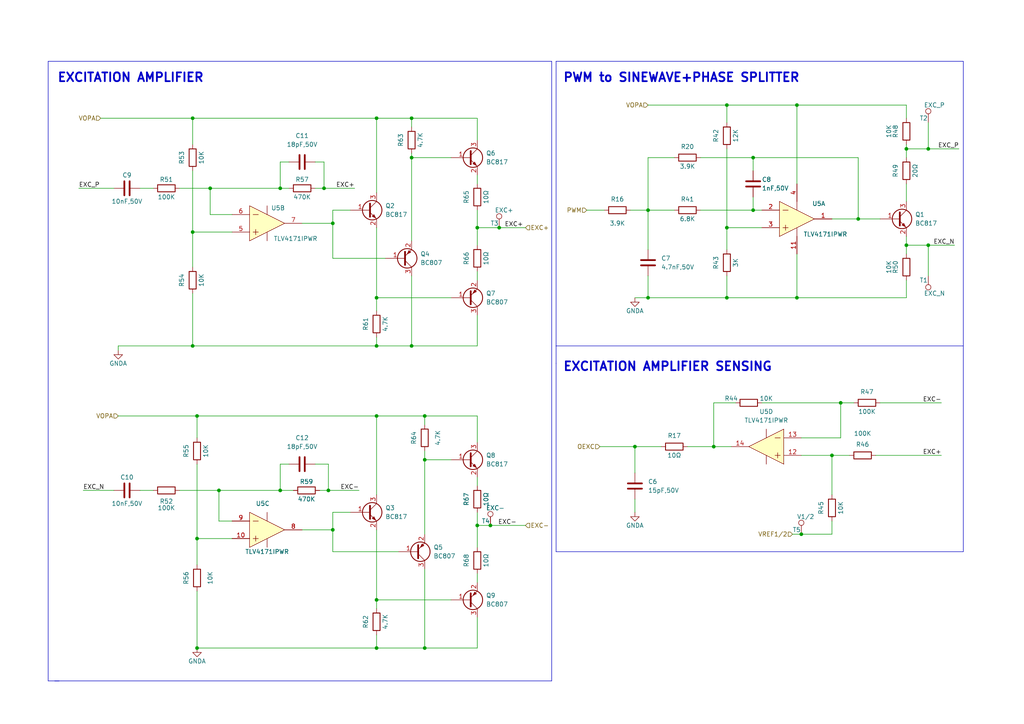
<source format=kicad_sch>
(kicad_sch (version 20230121) (generator eeschema)
  (paper "A4")
  (title_block (title "HPM5300RDCRevB") (date "2025-02-17") (rev "B") (comment 1 "RDC_EXC"))
  (lib_symbols
    (symbol "02_HPM_Resistor:100K_0603" (pin_numbers hide) (pin_names (offset 0))
      (property "Reference" "R" (at 0 3.81 0))
      (property "Value" "100K" (at 0 6.35 0))
      (symbol "100K_0603_1_1"
        (pin passive line (at -3.81 0 0) (length 1.27) (name "~") (number "1"))
        (pin passive line (at 3.81 0 180) (length 1.27) (name "~") (number "2"))
      )
    )
    (symbol "02_HPM_Resistor:10K_0603" (pin_numbers hide) (pin_names (offset 0))
      (property "Reference" "R" (at 0 5.08 0))
      (property "Value" "10K" (at 0 7.62 0))
      (symbol "10K_0603_1_1"
        (pin passive line (at -3.81 0 0) (length 1.27) (name "~") (number "1"))
        (pin passive line (at 3.81 0 180) (length 1.27) (name "~") (number "2"))
      )
    )
    (symbol "02_HPM_Resistor:10Ω_0603" (pin_numbers hide)
      (property "Reference" "R" (at 0 3.81 0))
      (property "Value" "10Ω" (at -0.1778 7.5946 0))
      (symbol "10Ω_0603_1_1"
        (pin passive line (at -3.81 0 0) (length 1.27) (name "~") (number "1"))
        (pin passive line (at 3.81 0 180) (length 1.27) (name "~") (number "2"))
      )
    )
    (symbol "02_HPM_Resistor:12K_0603" (pin_numbers hide)
      (property "Reference" "R" (at 0 3.81 0))
      (property "Value" "12K" (at -0.1778 7.5946 0))
      (symbol "12K_0603_1_1"
        (pin passive line (at -3.81 0 0) (length 1.27) (name "~") (number "1"))
        (pin passive line (at 3.81 0 180) (length 1.27) (name "~") (number "2"))
      )
    )
    (symbol "02_HPM_Resistor:20Ω_0603" (pin_numbers hide) (pin_names (offset 1.016) hide)
      (property "Reference" "R" (at 0 3.556 0))
      (property "Value" "20Ω" (at 0 8.636 0))
      (symbol "20Ω_0603_1_1"
        (pin passive line (at -3.81 0 0) (length 1.27) (name "~") (number "1"))
        (pin passive line (at 3.81 0 180) (length 1.27) (name "~") (number "2"))
      )
    )
    (symbol "02_HPM_Resistor:3.9K_0603" (pin_numbers hide) (pin_names (offset 1.016) hide)
      (property "Reference" "R" (at 0 3.556 0))
      (property "Value" "3.9K" (at 0 8.636 0))
      (symbol "3.9K_0603_1_1"
        (pin passive line (at -3.81 0 0) (length 1.27) (name "~") (number "1"))
        (pin passive line (at 3.81 0 180) (length 1.27) (name "~") (number "2"))
      )
    )
    (symbol "02_HPM_Resistor:3K_0603" (pin_numbers hide) (pin_names (offset 1.016) hide)
      (property "Reference" "R" (at 0 3.556 0))
      (property "Value" "3K" (at 0 8.636 0))
      (symbol "3K_0603_1_1"
        (pin passive line (at -3.81 0 0) (length 1.27) (name "~") (number "1"))
        (pin passive line (at 3.81 0 180) (length 1.27) (name "~") (number "2"))
      )
    )
    (symbol "02_HPM_Resistor:4.7K_0603" (pin_numbers hide) (pin_names (offset 0))
      (property "Reference" "R" (at 0 3.81 0))
      (property "Value" "4.7K" (at 0 6.35 0))
      (symbol "4.7K_0603_1_1"
        (pin passive line (at -3.81 0 0) (length 1.27) (name "~") (number "1"))
        (pin passive line (at 3.81 0 180) (length 1.27) (name "~") (number "2"))
      )
    )
    (symbol "02_HPM_Resistor:470K_0603" (pin_numbers hide) (pin_names (offset 0))
      (property "Reference" "R" (at 0 6.35 0))
      (property "Value" "470K" (at 0 3.81 0))
      (symbol "470K_0603_1_1"
        (pin passive line (at -3.81 0 0) (length 1.27) (name "~") (number "1"))
        (pin passive line (at 3.81 0 180) (length 1.27) (name "~") (number "2"))
      )
    )
    (symbol "02_HPM_Resistor:6.8K_0603" (pin_numbers hide) (pin_names (offset 0))
      (property "Reference" "R" (at 0 3.81 0))
      (property "Value" "6.8K" (at 0 6.35 0))
      (symbol "6.8K_0603_1_1"
        (pin passive line (at -3.81 0 0) (length 1.27) (name "~") (number "1"))
        (pin passive line (at 3.81 0 180) (length 1.27) (name "~") (number "2"))
      )
    )
    (symbol "03_HPM_Capacitance:10nF,50V_0603" (pin_numbers hide) (pin_names (offset 0.254))
      (property "Reference" "C" (at 0 11.43 0))
      (property "Value" "10nF,50V" (at -6.35 15.24 0))
      (symbol "10nF,50V_0603_1_1"
        (pin passive line (at 0 3.81 270) (length 2.794) (name "~") (number "1"))
        (pin passive line (at 0 -3.81 90) (length 2.794) (name "~") (number "2"))
      )
    )
    (symbol "03_HPM_Capacitance:15pF,50V,0603" (pin_numbers hide) (pin_names (offset 0.254))
      (property "Reference" "C" (at 0.635 2.54 0))
      (property "Value" "15pF,50V" (at 0.635 -2.54 0))
      (symbol "15pF,50V,0603_1_1"
        (pin passive line (at 0 3.81 270) (length 2.794) (name "~") (number "1"))
        (pin passive line (at 0 -3.81 90) (length 2.794) (name "~") (number "2"))
      )
    )
    (symbol "03_HPM_Capacitance:18pF,50V,0603" (pin_numbers hide) (pin_names (offset 0.254))
      (property "Reference" "C" (at 0.635 2.54 0))
      (property "Value" "18pF,50V" (at 0.635 -2.54 0))
      (symbol "18pF,50V,0603_1_1"
        (pin passive line (at 0 3.81 270) (length 2.794) (name "~") (number "1"))
        (pin passive line (at 0 -3.81 90) (length 2.794) (name "~") (number "2"))
      )
    )
    (symbol "03_HPM_Capacitance:1nF,50V,0603" (pin_numbers hide) (pin_names (offset 0.254))
      (property "Reference" "C" (at 0.635 2.54 0))
      (property "Value" "1nF,50V" (at 0.635 -2.54 0))
      (symbol "1nF,50V,0603_1_1"
        (pin passive line (at 0 3.81 270) (length 2.794) (name "~") (number "1"))
        (pin passive line (at 0 -3.81 90) (length 2.794) (name "~") (number "2"))
      )
    )
    (symbol "03_HPM_Capacitance:4.7nF,50V_0603" (pin_numbers hide) (pin_names (offset 0.254))
      (property "Reference" "C" (at 0.635 2.54 0))
      (property "Value" "4.7nF,50V" (at 0.635 -2.54 0))
      (symbol "4.7nF,50V_0603_1_1"
        (pin passive line (at 0 3.81 270) (length 2.794) (name "~") (number "1"))
        (pin passive line (at 0 -3.81 90) (length 2.794) (name "~") (number "2"))
      )
    )
    (symbol "06_HPM_Function_IC:TLV4171IPWR" (pin_names (offset 1.016) hide)
      (property "Reference" "U" (at 6.35 4.445 0))
      (property "Value" "TLV4171IPWR" (at 8.255 -4.445 0))
      (symbol "TLV4171IPWR_1_1"
        (pin output line (at 10.16 0 180) (length 5.08) (name "OUTA") (number "1"))
        (pin input line (at 0 -10.16 90) (length 5.08) (name "V-") (number "11"))
        (pin input line (at -10.16 2.54 0) (length 5.08) (name "INA-") (number "2"))
        (pin input line (at -10.16 -2.54 0) (length 5.08) (name "INA+") (number "3"))
        (pin input line (at 0 10.16 270) (length 5.08) (name "V+") (number "4"))
      )
      (symbol "TLV4171IPWR_2_1"
        (pin input line (at -10.16 -2.54 0) (length 5.08) (name "INB+") (number "5"))
        (pin input line (at -10.16 2.54 0) (length 5.08) (name "INB-") (number "6"))
        (pin output line (at 10.16 0 180) (length 5.08) (name "OUTB") (number "7"))
      )
      (symbol "TLV4171IPWR_3_1"
        (pin input line (at -10.16 -2.54 0) (length 5.08) (name "INC+") (number "10"))
        (pin output line (at 10.16 0 180) (length 5.08) (name "OUTC") (number "8"))
        (pin input line (at -10.16 2.54 0) (length 5.08) (name "INC-") (number "9"))
      )
      (symbol "TLV4171IPWR_4_1"
        (pin input line (at -10.16 -2.54 0) (length 5.08) (name "IND+") (number "12"))
        (pin input line (at -10.16 2.54 0) (length 5.08) (name "IND-") (number "13"))
        (pin output line (at 10.16 0 180) (length 5.08) (name "OUTD") (number "14"))
      )
    )
    (symbol "12_HPM_ Triode:BC807" (pin_names (offset 0) hide)
      (property "Reference" "Q" (at 5.08 -1.2701 0))
      (property "Value" "BC807" (at 5.08 1.2699 0))
      (symbol "BC807_1_1"
        (pin input line (at -5.08 0 0) (length 5.715) (name "B") (number "1"))
        (pin passive line (at 2.54 -5.08 90) (length 2.54) (name "E") (number "2"))
        (pin passive line (at 2.54 5.08 270) (length 2.54) (name "C") (number "3"))
      )
    )
    (symbol "12_HPM_ Triode:BC817" (pin_names (offset 0) hide)
      (property "Reference" "Q" (at 5.08 1.2701 0))
      (property "Value" "BC817" (at 5.08 -1.2699 0))
      (symbol "BC817_1_1"
        (pin input line (at -5.08 0 0) (length 5.715) (name "B") (number "1"))
        (pin passive line (at 2.54 -5.08 90) (length 2.54) (name "E") (number "2"))
        (pin passive line (at 2.54 5.08 270) (length 2.54) (name "C") (number "3"))
      )
    )
    (symbol "Connector:TestPoint" (pin_numbers hide) (pin_names (offset 0.762) hide)
      (property "Reference" "TP" (at 0 6.858 0))
      (property "Value" "TestPoint" (at 0 5.08 0))
      (symbol "TestPoint_1_1"
        (pin passive line (at 0 0 90) (length 2.54) (name "1") (number "1"))
      )
    )
    (symbol "TLV4171IPWR_1" (pin_names (offset 1.016) hide)
      (property "Reference" "U" (at 6.35 4.445 0))
      (property "Value" "TLV4171IPWR" (at 8.255 -4.445 0))
      (symbol "TLV4171IPWR_1_1_1"
        (pin output line (at 10.16 0 180) (length 5.08) (name "OUTA") (number "1"))
        (pin input line (at 0 -10.16 90) (length 5.08) (name "V-") (number "11"))
        (pin input line (at -10.16 2.54 0) (length 5.08) (name "INA-") (number "2"))
        (pin input line (at -10.16 -2.54 0) (length 5.08) (name "INA+") (number "3"))
        (pin input line (at 0 10.16 270) (length 5.08) (name "V+") (number "4"))
      )
      (symbol "TLV4171IPWR_1_2_1"
        (pin input line (at -10.16 -2.54 0) (length 5.08) (name "INB+") (number "5"))
        (pin input line (at -10.16 2.54 0) (length 5.08) (name "INB-") (number "6"))
        (pin output line (at 10.16 0 180) (length 5.08) (name "OUTB") (number "7"))
      )
      (symbol "TLV4171IPWR_1_3_1"
        (pin input line (at -10.16 -2.54 0) (length 5.08) (name "INC+") (number "10"))
        (pin output line (at 10.16 0 180) (length 5.08) (name "OUTC") (number "8"))
        (pin input line (at -10.16 2.54 0) (length 5.08) (name "INC-") (number "9"))
      )
      (symbol "TLV4171IPWR_1_4_1"
        (pin input line (at -10.16 -2.54 0) (length 5.08) (name "IND+") (number "12"))
        (pin input line (at -10.16 2.54 0) (length 5.08) (name "IND-") (number "13"))
        (pin output line (at 10.16 0 180) (length 5.08) (name "OUTD") (number "14"))
      )
    )
    (symbol "TLV4171IPWR_2" (pin_names (offset 1.016) hide)
      (property "Reference" "U" (at 6.35 4.445 0))
      (property "Value" "TLV4171IPWR" (at 8.255 -4.445 0))
      (symbol "TLV4171IPWR_2_1_1"
        (pin output line (at 10.16 0 180) (length 5.08) (name "OUTA") (number "1"))
        (pin input line (at 0 -10.16 90) (length 5.08) (name "V-") (number "11"))
        (pin input line (at -10.16 2.54 0) (length 5.08) (name "INA-") (number "2"))
        (pin input line (at -10.16 -2.54 0) (length 5.08) (name "INA+") (number "3"))
        (pin input line (at 0 10.16 270) (length 5.08) (name "V+") (number "4"))
      )
      (symbol "TLV4171IPWR_2_2_1"
        (pin input line (at -10.16 -2.54 0) (length 5.08) (name "INB+") (number "5"))
        (pin input line (at -10.16 2.54 0) (length 5.08) (name "INB-") (number "6"))
        (pin output line (at 10.16 0 180) (length 5.08) (name "OUTB") (number "7"))
      )
      (symbol "TLV4171IPWR_2_3_1"
        (pin input line (at -10.16 -2.54 0) (length 5.08) (name "INC+") (number "10"))
        (pin output line (at 10.16 0 180) (length 5.08) (name "OUTC") (number "8"))
        (pin input line (at -10.16 2.54 0) (length 5.08) (name "INC-") (number "9"))
      )
      (symbol "TLV4171IPWR_2_4_1"
        (pin input line (at -10.16 -2.54 0) (length 5.08) (name "IND+") (number "12"))
        (pin input line (at -10.16 2.54 0) (length 5.08) (name "IND-") (number "13"))
        (pin output line (at 10.16 0 180) (length 5.08) (name "OUTD") (number "14"))
      )
    )
    (symbol "TLV4171IPWR_3" (pin_names (offset 1.016) hide)
      (property "Reference" "U" (at 6.35 4.445 0))
      (property "Value" "TLV4171IPWR" (at 8.255 -4.445 0))
      (symbol "TLV4171IPWR_3_1_1"
        (pin output line (at 10.16 0 180) (length 5.08) (name "OUTA") (number "1"))
        (pin input line (at 0 -10.16 90) (length 5.08) (name "V-") (number "11"))
        (pin input line (at -10.16 2.54 0) (length 5.08) (name "INA-") (number "2"))
        (pin input line (at -10.16 -2.54 0) (length 5.08) (name "INA+") (number "3"))
        (pin input line (at 0 10.16 270) (length 5.08) (name "V+") (number "4"))
      )
      (symbol "TLV4171IPWR_3_2_1"
        (pin input line (at -10.16 -2.54 0) (length 5.08) (name "INB+") (number "5"))
        (pin input line (at -10.16 2.54 0) (length 5.08) (name "INB-") (number "6"))
        (pin output line (at 10.16 0 180) (length 5.08) (name "OUTB") (number "7"))
      )
      (symbol "TLV4171IPWR_3_3_1"
        (pin input line (at -10.16 -2.54 0) (length 5.08) (name "INC+") (number "10"))
        (pin output line (at 10.16 0 180) (length 5.08) (name "OUTC") (number "8"))
        (pin input line (at -10.16 2.54 0) (length 5.08) (name "INC-") (number "9"))
      )
      (symbol "TLV4171IPWR_3_4_1"
        (pin input line (at -10.16 -2.54 0) (length 5.08) (name "IND+") (number "12"))
        (pin input line (at -10.16 2.54 0) (length 5.08) (name "IND-") (number "13"))
        (pin output line (at 10.16 0 180) (length 5.08) (name "OUTD") (number "14"))
      )
    )
    (symbol "power:GNDA" (power) (pin_names (offset 0))
      (property "Value" "GNDA" (at 0 -3.81 0))
      (symbol "GNDA_1_1"
        (pin power_in line (at 0 0 270) (length 0) hide (name "GNDA") (number "1"))
      )
    )
  )
  (junction (at 57.15 156.21))
  (junction (at 218.44 45.72))
  (junction (at 119.38 100.33))
  (junction (at 218.44 60.96))
  (junction (at 119.38 45.72))
  (junction (at 269.24 43.18))
  (junction (at 210.82 30.48))
  (junction (at 187.96 60.96))
  (junction (at 123.19 133.35))
  (junction (at 55.88 100.33))
  (junction (at 241.3 132.08))
  (junction (at 269.24 71.12))
  (junction (at 63.5 142.24))
  (junction (at 123.19 120.65))
  (junction (at 210.82 86.36))
  (junction (at 262.89 43.18))
  (junction (at 109.22 120.65))
  (junction (at 119.38 34.29))
  (junction (at 109.22 34.29))
  (junction (at 138.43 66.04))
  (junction (at 248.92 63.5))
  (junction (at 81.28 142.24))
  (junction (at 55.88 34.29))
  (junction (at 81.28 54.61))
  (junction (at 96.52 153.67))
  (junction (at 142.24 152.4))
  (junction (at 123.19 187.96))
  (junction (at 93.98 54.61))
  (junction (at 96.52 64.77))
  (junction (at 231.14 86.36))
  (junction (at 55.88 67.31))
  (junction (at 207.01 129.54))
  (junction (at 138.43 152.4))
  (junction (at 57.15 187.96))
  (junction (at 187.96 86.36))
  (junction (at 95.25 142.24))
  (junction (at 109.22 86.36))
  (junction (at 262.89 71.12))
  (junction (at 109.22 100.33))
  (junction (at 231.14 30.48))
  (junction (at 144.78 66.04))
  (junction (at 184.15 129.54))
  (junction (at 210.82 66.04))
  (junction (at 232.41 154.94))
  (junction (at 57.15 120.65))
  (junction (at 60.96 54.61))
  (junction (at 243.84 116.84))
  (junction (at 109.22 173.99))
  (junction (at 109.22 187.96))
  (polyline (pts (xy 13.97 17.78) (xy 13.97 197.485)))
  (wire (pts (xy 231.14 86.36) (xy 262.89 86.36)))
  (polyline (pts (xy 279.4 100.33) (xy 279.4 17.78)))
  (wire (pts (xy 40.64 54.61) (xy 44.45 54.61)))
  (wire (pts (xy 57.15 156.21) (xy 57.15 163.83)))
  (wire (pts (xy 207.01 116.84) (xy 207.01 129.54)))
  (wire (pts (xy 210.82 66.04) (xy 220.98 66.04)))
  (wire (pts (xy 33.02 54.61) (xy 22.86 54.61)))
  (wire (pts (xy 213.36 116.84) (xy 207.01 116.84)))
  (wire (pts (xy 187.96 80.01) (xy 187.96 86.36)))
  (wire (pts (xy 207.01 129.54) (xy 212.09 129.54)))
  (wire (pts (xy 170.18 60.96) (xy 175.26 60.96)))
  (wire (pts (xy 55.88 34.29) (xy 109.22 34.29)))
  (wire (pts (xy 83.82 54.61) (xy 81.28 54.61)))
  (wire (pts (xy 96.52 64.77) (xy 96.52 74.93)))
  (wire (pts (xy 199.39 129.54) (xy 207.01 129.54)))
  (wire (pts (xy 123.19 133.35) (xy 123.19 154.94)))
  (wire (pts (xy 232.41 132.08) (xy 241.3 132.08)))
  (wire (pts (xy 55.88 100.33) (xy 34.29 100.33)))
  (wire (pts (xy 81.28 142.24) (xy 63.5 142.24)))
  (wire (pts (xy 241.3 132.08) (xy 246.38 132.08)))
  (wire (pts (xy 138.43 50.8) (xy 138.43 53.34)))
  (wire (pts (xy 262.89 34.29) (xy 262.89 30.48)))
  (wire (pts (xy 262.89 43.18) (xy 269.24 43.18)))
  (wire (pts (xy 119.38 80.01) (xy 119.38 100.33)))
  (wire (pts (xy 187.96 72.39) (xy 187.96 60.96)))
  (wire (pts (xy 138.43 166.37) (xy 138.43 168.91)))
  (wire (pts (xy 29.21 34.29) (xy 55.88 34.29)))
  (wire (pts (xy 173.99 129.54) (xy 184.15 129.54)))
  (wire (pts (xy 57.15 187.96) (xy 57.15 171.45)))
  (wire (pts (xy 123.19 123.19) (xy 123.19 120.65)))
  (wire (pts (xy 119.38 45.72) (xy 119.38 69.85)))
  (wire (pts (xy 184.15 129.54) (xy 191.77 129.54)))
  (wire (pts (xy 119.38 44.45) (xy 119.38 45.72)))
  (wire (pts (xy 195.58 60.96) (xy 187.96 60.96)))
  (wire (pts (xy 187.96 60.96) (xy 187.96 45.72)))
  (wire (pts (xy 203.2 60.96) (xy 218.44 60.96)))
  (wire (pts (xy 123.19 187.96) (xy 109.22 187.96)))
  (wire (pts (xy 87.63 64.77) (xy 96.52 64.77)))
  (wire (pts (xy 96.52 160.02) (xy 96.52 153.67)))
  (wire (pts (xy 63.5 142.24) (xy 52.07 142.24)))
  (polyline (pts (xy 161.29 17.78) (xy 279.4 17.78)))
  (wire (pts (xy 101.6 148.59) (xy 96.52 148.59)))
  (wire (pts (xy 83.82 46.99) (xy 81.28 46.99)))
  (wire (pts (xy 63.5 142.24) (xy 63.5 151.13)))
  (wire (pts (xy 248.92 45.72) (xy 248.92 63.5)))
  (polyline (pts (xy 160.02 197.485) (xy 160.02 17.78)))
  (wire (pts (xy 57.15 120.65) (xy 109.22 120.65)))
  (wire (pts (xy 87.63 153.67) (xy 96.52 153.67)))
  (wire (pts (xy 241.3 143.51) (xy 241.3 132.08)))
  (wire (pts (xy 57.15 127) (xy 57.15 120.65)))
  (wire (pts (xy 91.44 46.99) (xy 93.98 46.99)))
  (wire (pts (xy 109.22 143.51) (xy 109.22 120.65)))
  (wire (pts (xy 262.89 71.12) (xy 262.89 68.58)))
  (wire (pts (xy 262.89 71.12) (xy 269.24 71.12)))
  (wire (pts (xy 85.09 142.24) (xy 81.28 142.24)))
  (wire (pts (xy 119.38 100.33) (xy 138.43 100.33)))
  (wire (pts (xy 95.25 142.24) (xy 104.14 142.24)))
  (wire (pts (xy 130.81 173.99) (xy 109.22 173.99)))
  (wire (pts (xy 210.82 35.56) (xy 210.82 30.48)))
  (wire (pts (xy 269.24 43.18) (xy 278.13 43.18)))
  (wire (pts (xy 218.44 60.96) (xy 220.98 60.96)))
  (wire (pts (xy 269.24 71.12) (xy 276.86 71.12)))
  (wire (pts (xy 24.13 142.24) (xy 33.02 142.24)))
  (wire (pts (xy 262.89 43.18) (xy 262.89 41.91)))
  (wire (pts (xy 218.44 45.72) (xy 248.92 45.72)))
  (wire (pts (xy 109.22 173.99) (xy 109.22 176.53)))
  (wire (pts (xy 40.64 142.24) (xy 44.45 142.24)))
  (wire (pts (xy 67.31 62.23) (xy 60.96 62.23)))
  (wire (pts (xy 232.41 154.94) (xy 229.87 154.94)))
  (polyline (pts (xy 161.29 17.78) (xy 161.29 100.33)))
  (wire (pts (xy 138.43 66.04) (xy 138.43 71.12)))
  (wire (pts (xy 218.44 57.15) (xy 218.44 60.96)))
  (wire (pts (xy 262.89 45.72) (xy 262.89 43.18)))
  (wire (pts (xy 269.24 80.01) (xy 269.24 71.12)))
  (wire (pts (xy 254 132.08) (xy 273.05 132.08)))
  (wire (pts (xy 262.89 53.34) (xy 262.89 58.42)))
  (wire (pts (xy 109.22 55.88) (xy 109.22 34.29)))
  (wire (pts (xy 152.4 152.4) (xy 142.24 152.4)))
  (wire (pts (xy 55.88 41.91) (xy 55.88 34.29)))
  (wire (pts (xy 138.43 78.74) (xy 138.43 81.28)))
  (wire (pts (xy 109.22 86.36) (xy 109.22 66.04)))
  (wire (pts (xy 93.98 54.61) (xy 102.87 54.61)))
  (wire (pts (xy 96.52 148.59) (xy 96.52 153.67)))
  (wire (pts (xy 55.88 49.53) (xy 55.88 67.31)))
  (wire (pts (xy 184.15 148.59) (xy 184.15 144.78)))
  (wire (pts (xy 184.15 137.16) (xy 184.15 129.54)))
  (wire (pts (xy 231.14 73.66) (xy 231.14 86.36)))
  (wire (pts (xy 92.71 142.24) (xy 95.25 142.24)))
  (wire (pts (xy 241.3 154.94) (xy 232.41 154.94)))
  (polyline (pts (xy 161.29 160.02) (xy 279.4 160.02)))
  (wire (pts (xy 96.52 60.96) (xy 96.52 64.77)))
  (wire (pts (xy 52.07 54.61) (xy 60.96 54.61)))
  (wire (pts (xy 67.31 156.21) (xy 57.15 156.21)))
  (wire (pts (xy 138.43 60.96) (xy 138.43 66.04)))
  (wire (pts (xy 81.28 134.62) (xy 81.28 142.24)))
  (wire (pts (xy 248.92 63.5) (xy 241.3 63.5)))
  (wire (pts (xy 55.88 67.31) (xy 67.31 67.31)))
  (wire (pts (xy 231.14 30.48) (xy 231.14 53.34)))
  (wire (pts (xy 91.44 134.62) (xy 95.25 134.62)))
  (wire (pts (xy 60.96 54.61) (xy 60.96 62.23)))
  (wire (pts (xy 269.24 35.56) (xy 269.24 43.18)))
  (wire (pts (xy 34.29 120.65) (xy 57.15 120.65)))
  (wire (pts (xy 123.19 165.1) (xy 123.19 187.96)))
  (wire (pts (xy 91.44 54.61) (xy 93.98 54.61)))
  (wire (pts (xy 210.82 80.01) (xy 210.82 86.36)))
  (wire (pts (xy 241.3 151.13) (xy 241.3 154.94)))
  (wire (pts (xy 232.41 127) (xy 243.84 127)))
  (polyline (pts (xy 15.875 197.485) (xy 160.02 197.485)))
  (wire (pts (xy 247.65 116.84) (xy 243.84 116.84)))
  (wire (pts (xy 138.43 100.33) (xy 138.43 91.44)))
  (wire (pts (xy 130.81 133.35) (xy 123.19 133.35)))
  (polyline (pts (xy 279.4 160.02) (xy 279.4 100.33)))
  (wire (pts (xy 109.22 97.79) (xy 109.22 100.33)))
  (wire (pts (xy 142.24 152.4) (xy 138.43 152.4)))
  (wire (pts (xy 144.78 66.04) (xy 152.4 66.04)))
  (wire (pts (xy 138.43 128.27) (xy 138.43 120.65)))
  (wire (pts (xy 109.22 34.29) (xy 119.38 34.29)))
  (polyline (pts (xy 160.02 17.78) (xy 13.97 17.78)))
  (wire (pts (xy 130.81 86.36) (xy 109.22 86.36)))
  (wire (pts (xy 63.5 151.13) (xy 67.31 151.13)))
  (wire (pts (xy 93.98 46.99) (xy 93.98 54.61)))
  (wire (pts (xy 119.38 36.83) (xy 119.38 34.29)))
  (wire (pts (xy 203.2 45.72) (xy 218.44 45.72)))
  (wire (pts (xy 81.28 54.61) (xy 60.96 54.61)))
  (wire (pts (xy 115.57 160.02) (xy 96.52 160.02)))
  (wire (pts (xy 119.38 100.33) (xy 109.22 100.33)))
  (wire (pts (xy 138.43 148.59) (xy 138.43 152.4)))
  (wire (pts (xy 138.43 66.04) (xy 144.78 66.04)))
  (wire (pts (xy 119.38 34.29) (xy 138.43 34.29)))
  (wire (pts (xy 184.15 86.36) (xy 187.96 86.36)))
  (polyline (pts (xy 161.29 100.33) (xy 161.29 105.41)))
  (wire (pts (xy 109.22 100.33) (xy 55.88 100.33)))
  (wire (pts (xy 123.19 130.81) (xy 123.19 133.35)))
  (wire (pts (xy 123.19 120.65) (xy 138.43 120.65)))
  (wire (pts (xy 187.96 45.72) (xy 195.58 45.72)))
  (wire (pts (xy 57.15 134.62) (xy 57.15 156.21)))
  (wire (pts (xy 130.81 45.72) (xy 119.38 45.72)))
  (wire (pts (xy 187.96 30.48) (xy 210.82 30.48)))
  (wire (pts (xy 109.22 184.15) (xy 109.22 187.96)))
  (wire (pts (xy 55.88 85.09) (xy 55.88 100.33)))
  (wire (pts (xy 109.22 187.96) (xy 57.15 187.96)))
  (wire (pts (xy 218.44 49.53) (xy 218.44 45.72)))
  (wire (pts (xy 95.25 134.62) (xy 95.25 142.24)))
  (wire (pts (xy 187.96 86.36) (xy 210.82 86.36)))
  (wire (pts (xy 138.43 34.29) (xy 138.43 40.64)))
  (wire (pts (xy 243.84 127) (xy 243.84 116.84)))
  (wire (pts (xy 138.43 152.4) (xy 138.43 158.75)))
  (wire (pts (xy 81.28 46.99) (xy 81.28 54.61)))
  (wire (pts (xy 210.82 43.18) (xy 210.82 66.04)))
  (wire (pts (xy 231.14 30.48) (xy 262.89 30.48)))
  (wire (pts (xy 111.76 74.93) (xy 96.52 74.93)))
  (wire (pts (xy 255.27 116.84) (xy 273.05 116.84)))
  (wire (pts (xy 210.82 86.36) (xy 231.14 86.36)))
  (wire (pts (xy 55.88 67.31) (xy 55.88 77.47)))
  (wire (pts (xy 34.29 100.33) (xy 34.29 101.6)))
  (wire (pts (xy 83.82 134.62) (xy 81.28 134.62)))
  (wire (pts (xy 109.22 153.67) (xy 109.22 173.99)))
  (wire (pts (xy 210.82 30.48) (xy 231.14 30.48)))
  (wire (pts (xy 138.43 138.43) (xy 138.43 140.97)))
  (wire (pts (xy 109.22 90.17) (xy 109.22 86.36)))
  (wire (pts (xy 138.43 187.96) (xy 123.19 187.96)))
  (wire (pts (xy 187.96 60.96) (xy 182.88 60.96)))
  (polyline (pts (xy 13.97 197.485) (xy 17.145 197.485)))
  (polyline (pts (xy 161.29 105.41) (xy 161.29 160.02)))
  (polyline (pts (xy 279.4 100.33) (xy 161.29 100.33)))
  (wire (pts (xy 210.82 66.04) (xy 210.82 72.39)))
  (wire (pts (xy 101.6 60.96) (xy 96.52 60.96)))
  (wire (pts (xy 109.22 120.65) (xy 123.19 120.65)))
  (wire (pts (xy 262.89 86.36) (xy 262.89 81.28)))
  (wire (pts (xy 243.84 116.84) (xy 220.98 116.84)))
  (wire (pts (xy 255.27 63.5) (xy 248.92 63.5)))
  (wire (pts (xy 138.43 179.07) (xy 138.43 187.96)))
  (wire (pts (xy 262.89 73.66) (xy 262.89 71.12)))
  (text "EXCITATION AMPLIFIER" (at 16.51 24.13 0) (effects (font (size 2.54 2.54) (thickness 0.508) bold) (justify left bottom)))
  (text "EXCITATION AMPLIFIER SENSING" (at 163.195 107.95 0) (effects (font (size 2.54 2.54) (thickness 0.508) bold) (justify left bottom)))
  (text "PWM to SINEWAVE+PHASE SPLITTER" (at 163.195 24.13 0) (effects (font (size 2.54 2.54) (thickness 0.508) bold) (justify left bottom)))
  (label "EXC-" (at 104.14 142.24 180))
  (label "EXC_N" (at 24.13 142.24 0))
  (label "EXC+" (at 273.05 132.08 180))
  (label "EXC+" (at 102.87 54.61 180))
  (label "EXC+" (at 151.765 66.04 180))
  (label "EXC_N" (at 276.86 71.12 180))
  (label "EXC_P" (at 278.13 43.18 180))
  (label "EXC_P" (at 22.86 54.61 0))
  (label "EXC-" (at 273.05 116.84 180))
  (label "EXC-" (at 149.86 152.4 180))
  (hierarchical_label "VOPA" (shape input) (at 187.96 30.48 180))
  (hierarchical_label "OEXC" (shape input) (at 173.99 129.54 180))
  (hierarchical_label "PWM" (shape input) (at 170.18 60.96 180))
  (hierarchical_label "EXC-" (shape input) (at 152.4 152.4 0))
  (hierarchical_label "VOPA" (shape input) (at 34.29 120.65 180))
  (hierarchical_label "EXC+" (shape input) (at 152.4 66.04 0))
  (hierarchical_label "VREF1{slash}2" (shape input) (at 229.87 154.94 180))
  (hierarchical_label "VOPA" (shape input) (at 29.21 34.29 180))
  (symbol (lib_id "02_HPM_Resistor:10K_0603") (at 262.89 77.47 90) (unit 1)
    (property "Reference" "R50" (at 259.715 77.47 0))
    (property "Value" "10K" (at 257.81 77.47 0))
    (property "Footprint" "02_HPM_Resistor:R_0603_1608Metric" (effects hide))
    (property "Model" "RC0603FR-0710KL\n" (effects hide))
    (property "Company" "YAGEO\n" (effects hide))
    (instances (project "HPM5300RDCRevB" (path "" (reference "R50") (unit 1))) (project "RS" (path "" (reference "R30") (unit 1))))
  )
  (symbol (lib_id "02_HPM_Resistor:4.7K_0603") (at 109.22 93.98 90) (unit 1)
    (property "Reference" "R61" (at 106.045 93.98 0))
    (property "Value" "4.7K" (at 111.76 93.98 0))
    (property "Footprint" "02_HPM_Resistor:R_0603_1608Metric" (effects hide))
    (property "Model" "0603WAF4701T5E" (effects hide))
    (property "Company" "UNI-ROYAL(厚声)" (effects hide))
    (instances (project "HPM5300RDCRevB" (path "" (reference "R61") (unit 1))) (project "RS" (path "" (reference "R10") (unit 1))))
  )
  (symbol (lib_id "02_HPM_Resistor:10K_0603") (at 241.3 147.32 90) (unit 1)
    (property "Reference" "R45" (at 238.125 147.32 0))
    (property "Value" "10K" (at 243.84 147.32 0))
    (property "Footprint" "02_HPM_Resistor:R_0603_1608Metric" (effects hide))
    (property "Model" "RC0603FR-0710KL\n" (effects hide))
    (property "Company" "YAGEO\n" (effects hide))
    (instances (project "HPM5300RDCRevB" (path "" (reference "R45") (unit 1))) (project "RS" (path "" (reference "R25") (unit 1))))
  )
  (symbol (lib_id "power:GNDA") (at 184.15 148.59 0) (unit 1)
    (property "Reference" "#PWR?" (effects hide))
    (property "Value" "GNDA" (at 184.15 152.4 0))
    (instances (project "HPM5300-POWER" (path "" (reference "#PWR?") (unit 1))) (project "HPM5300RDCRevB" (path "" (reference "#PWR041") (unit 1)) (path "" (reference "#PWR013") (unit 1)) (path "" (reference "#PWR025") (unit 1))))
  )
  (symbol (lib_id "02_HPM_Resistor:100K_0603") (at 48.26 142.24 180) (unit 1)
    (property "Reference" "R52" (at 48.26 145.415 0))
    (property "Value" "100K" (at 48.26 147.32 0))
    (property "Footprint" "02_HPM_Resistor:R_0603_1608Metric" (effects hide))
    (property "Model" "0603WAF1003T5E" (effects hide))
    (property "Company" "UNI-ROYAL(厚声)" (effects hide))
    (instances (project "HPM5300RDCRevB" (path "" (reference "R52") (unit 1))) (project "RS" (path "" (reference "R3") (unit 1))))
  )
  (symbol (lib_id "power:GNDA") (at 57.15 187.96 0) (unit 1)
    (property "Reference" "#PWR?" (effects hide))
    (property "Value" "GNDA" (at 57.15 191.77 0))
    (instances (project "HPM5300-POWER" (path "" (reference "#PWR?") (unit 1))) (project "HPM5300RDCRevB" (path "" (reference "#PWR041") (unit 1)) (path "" (reference "#PWR013") (unit 1)) (path "" (reference "#PWR084") (unit 1))))
  )
  (symbol (lib_id "02_HPM_Resistor:4.7K_0603") (at 123.19 127 90) (unit 1)
    (property "Reference" "R64" (at 120.015 127 0))
    (property "Value" "4.7K" (at 127 127 0))
    (property "Footprint" "02_HPM_Resistor:R_0603_1608Metric" (effects hide))
    (property "Model" "0603WAF4701T5E" (effects hide))
    (property "Company" "UNI-ROYAL(厚声)" (effects hide))
    (instances (project "HPM5300RDCRevB" (path "" (reference "R64") (unit 1))) (project "RS" (path "" (reference "R13") (unit 1))))
  )
  (symbol (lib_id "02_HPM_Resistor:6.8K_0603") (at 199.39 60.96 0) (unit 1)
    (property "Reference" "R41" (at 199.39 57.785 0))
    (property "Value" "6.8K" (at 199.39 63.5 0))
    (property "Footprint" "02_HPM_Resistor:R_0603_1608Metric" (effects hide))
    (property "Model" "0603WAF6801T5E" (effects hide))
    (property "Company" " UNI-ROYAL(厚声) " (effects hide))
    (instances (project "HPM5300RDCRevB" (path "" (reference "R41") (unit 1))) (project "RS" (path "" (reference "R21") (unit 1))))
  )
  (symbol (lib_id "02_HPM_Resistor:4.7K_0603") (at 119.38 40.64 90) (unit 1)
    (property "Reference" "R63" (at 116.205 40.64 0))
    (property "Value" "4.7K" (at 121.92 40.64 0))
    (property "Footprint" "02_HPM_Resistor:R_0603_1608Metric" (effects hide))
    (property "Model" "0603WAF4701T5E" (effects hide))
    (property "Company" "UNI-ROYAL(厚声)" (effects hide))
    (instances (project "HPM5300RDCRevB" (path "" (reference "R63") (unit 1))) (project "RS" (path "" (reference "R12") (unit 1))))
  )
  (symbol (lib_id "12_HPM_ Triode:BC817") (at 260.35 63.5 0) (unit 1)
    (property "Reference" "Q1" (at 265.43 62.23 0) (effects (justify left)))
    (property "Value" "BC817" (at 265.43 64.77 0) (effects (justify left)))
    (property "Footprint" "06_HPM_SOT:SOT-23" (effects hide))
    (property "Datasheet" "https://www.onsemi.com/pub/Collateral/BC818-D.pdf" (effects hide))
    (property "Model" "BC817(RANGE:100-250)" (effects hide))
    (property "Company" " CJ(江苏长电/长晶) " (effects hide))
    (instances (project "HPM5300RDCRevB" (path "" (reference "Q1") (unit 1))) (project "RS" (path "" (reference "Q9") (unit 1))))
  )
  (symbol (lib_id "02_HPM_Resistor:10K_0603") (at 57.15 167.64 90) (unit 1)
    (property "Reference" "R56" (at 53.975 167.64 0))
    (property "Value" "10K" (at 60.96 167.64 0))
    (property "Footprint" "02_HPM_Resistor:R_0603_1608Metric" (effects hide))
    (property "Model" "RC0603FR-0710KL\n" (effects hide))
    (property "Company" "YAGEO\n" (effects hide))
    (instances (project "HPM5300RDCRevB" (path "" (reference "R56") (unit 1))) (project "RS" (path "" (reference "R7") (unit 1))))
  )
  (symbol (lib_id "02_HPM_Resistor:10Ω_0603") (at 195.58 129.54 0) (unit 1)
    (property "Reference" "R17" (at 195.58 126.365 0))
    (property "Value" "10Ω" (at 195.58 132.08 0))
    (property "Footprint" "02_HPM_Resistor:R_0603_1608Metric" (effects hide))
    (property "Model" " 0603WAF100JT5E" (effects hide))
    (property "Company" " UNI-ROYAL(厚声) " (effects hide))
    (instances (project "HPM5300RDCRevB" (path "" (reference "R17") (unit 1))) (project "RS" (path "" (reference "R19") (unit 1))))
  )
  (symbol (lib_id "02_HPM_Resistor:10Ω_0603") (at 138.43 144.78 90) (unit 1)
    (property "Reference" "R67" (at 135.255 144.78 0))
    (property "Value" "10Ω" (at 140.97 144.78 0))
    (property "Footprint" "02_HPM_Resistor:R_0603_1608Metric" (effects hide))
    (property "Model" " 0603WAF100JT5E" (effects hide))
    (property "Company" " UNI-ROYAL(厚声) " (effects hide))
    (instances (project "HPM5300RDCRevB" (path "" (reference "R67") (unit 1))) (project "RS" (path "" (reference "R16") (unit 1))))
  )
  (symbol (lib_id "02_HPM_Resistor:10K_0603") (at 55.88 45.72 90) (unit 1)
    (property "Reference" "R53" (at 52.705 45.72 0))
    (property "Value" "10K" (at 58.42 45.72 0))
    (property "Footprint" "02_HPM_Resistor:R_0603_1608Metric" (effects hide))
    (property "Model" "RC0603FR-0710KL\n" (effects hide))
    (property "Company" "YAGEO\n" (effects hide))
    (instances (project "HPM5300RDCRevB" (path "" (reference "R53") (unit 1))) (project "RS" (path "" (reference "R4") (unit 1))))
  )
  (symbol (lib_id "02_HPM_Resistor:10Ω_0603") (at 138.43 74.93 90) (unit 1)
    (property "Reference" "R66" (at 135.255 74.93 0))
    (property "Value" "10Ω" (at 140.97 74.93 0))
    (property "Footprint" "02_HPM_Resistor:R_0603_1608Metric" (effects hide))
    (property "Model" " 0603WAF100JT5E" (effects hide))
    (property "Company" " UNI-ROYAL(厚声) " (effects hide))
    (instances (project "HPM5300RDCRevB" (path "" (reference "R66") (unit 1))) (project "RS" (path "" (reference "R15") (unit 1))))
  )
  (symbol (lib_id "03_HPM_Capacitance:18pF,50V,0603") (at 87.63 46.99 90) (unit 1)
    (property "Reference" "C11" (at 87.63 39.37 90))
    (property "Value" "18pF,50V" (at 87.63 41.91 90))
    (property "Footprint" "03_HPM_Capacitance:C_0603_1608Metric" (effects hide))
    (property "Model" "CL10C180JB8NNNC" (effects hide))
    (property "Company" " SAMSUNG(三星) " (effects hide))
  )
  (symbol (lib_id "Connector:TestPoint") (at 269.24 80.01 0) (mirror x) (unit 1)
    (property "Reference" "T1" (at 266.7 81.28 0) (effects (justify left)))
    (property "Value" "EXC_N" (at 267.97 85.09 0) (effects (justify left)))
    (property "Footprint" "01_HPM_Peripheral:TestPoint_Pad_D1.0mm" (effects hide))
    (instances (project "HPM5300RDCRevB" (path "" (reference "T1") (unit 1))) (project "RS" (path "" (reference "T16") (unit 1))))
  )
  (symbol (lib_id "02_HPM_Resistor:10K_0603") (at 55.88 81.28 90) (unit 1)
    (property "Reference" "R54" (at 52.705 81.28 0))
    (property "Value" "10K" (at 58.42 81.28 0))
    (property "Footprint" "02_HPM_Resistor:R_0603_1608Metric" (effects hide))
    (property "Model" "RC0603FR-0710KL\n" (effects hide))
    (property "Company" "YAGEO\n" (effects hide))
    (instances (project "HPM5300RDCRevB" (path "" (reference "R54") (unit 1))) (project "RS" (path "" (reference "R5") (unit 1))))
  )
  (symbol (lib_id "power:GNDA") (at 184.15 86.36 0) (unit 1)
    (property "Reference" "#PWR?" (effects hide))
    (property "Value" "GNDA" (at 184.15 90.17 0))
    (instances (project "HPM5300-POWER" (path "" (reference "#PWR?") (unit 1))) (project "HPM5300RDCRevB" (path "" (reference "#PWR041") (unit 1)) (path "" (reference "#PWR013") (unit 1)) (path "" (reference "#PWR024") (unit 1))))
  )
  (symbol (lib_id "02_HPM_Resistor:100K_0603") (at 250.19 132.08 0) (unit 1)
    (property "Reference" "R46" (at 250.19 128.905 0))
    (property "Value" "100K" (at 250.19 125.73 0))
    (property "Footprint" "02_HPM_Resistor:R_0603_1608Metric" (effects hide))
    (property "Model" "0603WAF1003T5E" (effects hide))
    (property "Company" "UNI-ROYAL(厚声)" (effects hide))
    (instances (project "HPM5300RDCRevB" (path "" (reference "R46") (unit 1))) (project "RS" (path "" (reference "R26") (unit 1))))
  )
  (symbol (lib_id "02_HPM_Resistor:470K_0603") (at 88.9 142.24 180) (unit 1)
    (property "Reference" "R59" (at 88.9 139.7 0))
    (property "Value" "470K" (at 88.9 144.78 0))
    (property "Footprint" "02_HPM_Resistor:R_0603_1608Metric" (effects hide))
    (property "Model" "0603WAF4703T5E" (effects hide))
    (property "Company" "UNI-ROYAL(厚声)" (effects hide))
    (instances (project "HPM5300RDCRevB" (path "" (reference "R59") (unit 1))) (project "RS" (path "" (reference "R9") (unit 1))))
  )
  (symbol (lib_name "TLV4171IPWR_2") (lib_id "06_HPM_Function_IC:TLV4171IPWR") (at 77.47 64.77 0) (unit 2)
    (property "Reference" "U5" (at 80.645 60.325 0))
    (property "Value" "TLV4171IPWR" (at 85.725 69.215 0))
    (property "Footprint" "06_HPM_SO:TSSOP-14" (effects hide))
    (property "SuppliersPartNumber" "C2058241" (effects hide))
    (property "Model  " "TLV4171IPWR" (effects hide))
    (property "Company" " TI(德州仪器) " (effects hide))
    (property "Model" "TLV4171IPWR" (effects hide))
    (instances (project "HPM5300RDCRevB" (path "" (reference "U5") (unit 2))) (project "RS" (path "" (reference "U1") (unit 2))))
  )
  (symbol (lib_id "02_HPM_Resistor:470K_0603") (at 87.63 54.61 180) (unit 1)
    (property "Reference" "R57" (at 87.63 52.07 0))
    (property "Value" "470K" (at 87.63 57.15 0))
    (property "Footprint" "02_HPM_Resistor:R_0603_1608Metric" (effects hide))
    (property "Model" "0603WAF4703T5E" (effects hide))
    (property "Company" "UNI-ROYAL(厚声)" (effects hide))
    (instances (project "HPM5300RDCRevB" (path "" (reference "R57") (unit 1))) (project "RS" (path "" (reference "R8") (unit 1))))
  )
  (symbol (lib_id "02_HPM_Resistor:12K_0603") (at 210.82 39.37 90) (unit 1)
    (property "Reference" "R42" (at 207.645 39.37 0))
    (property "Value" "12K" (at 213.36 39.37 0))
    (property "Footprint" "02_HPM_Resistor:R_0603_1608Metric" (effects hide))
    (property "Model" "0603WAF1202T5E" (effects hide))
    (property "Company" " UNI-ROYAL(厚声) " (effects hide))
    (instances (project "HPM5300RDCRevB" (path "" (reference "R42") (unit 1))) (project "RS" (path "" (reference "R22") (unit 1))))
  )
  (symbol (lib_id "02_HPM_Resistor:4.7K_0603") (at 109.22 180.34 90) (unit 1)
    (property "Reference" "R62" (at 106.045 180.34 0))
    (property "Value" "4.7K" (at 111.76 180.34 0))
    (property "Footprint" "02_HPM_Resistor:R_0603_1608Metric" (effects hide))
    (property "Model" "0603WAF4701T5E" (effects hide))
    (property "Company" "UNI-ROYAL(厚声)" (effects hide))
    (instances (project "HPM5300RDCRevB" (path "" (reference "R62") (unit 1))) (project "RS" (path "" (reference "R11") (unit 1))))
  )
  (symbol (lib_id "06_HPM_Function_IC:TLV4171IPWR") (at 231.14 63.5 0) (unit 1)
    (property "Reference" "U5" (at 237.49 59.055 0))
    (property "Value" "TLV4171IPWR" (at 239.395 67.945 0))
    (property "Footprint" "06_HPM_SO:TSSOP-14" (effects hide))
    (property "SuppliersPartNumber" "C2058241" (effects hide))
    (property "Model  " "TLV4171IPWR" (effects hide))
    (property "Company" " TI(德州仪器) " (effects hide))
    (property "Model" "TLV4171IPWR" (effects hide))
    (instances (project "HPM5300RDCRevB" (path "" (reference "U5") (unit 1))) (project "RS" (path "" (reference "U1") (unit 1))))
  )
  (symbol (lib_id "12_HPM_ Triode:BC817") (at 106.68 148.59 0) (unit 1)
    (property "Reference" "Q3" (at 111.76 147.32 0) (effects (justify left)))
    (property "Value" "BC817" (at 111.76 149.86 0) (effects (justify left)))
    (property "Footprint" "06_HPM_SOT:SOT-23" (effects hide))
    (property "Datasheet" "https://www.onsemi.com/pub/Collateral/BC818-D.pdf" (effects hide))
    (property "Model" "BC817(RANGE:100-250)" (effects hide))
    (property "Company" " CJ(江苏长电/长晶) " (effects hide))
    (instances (project "HPM5300RDCRevB" (path "" (reference "Q3") (unit 1))) (project "RS" (path "" (reference "Q2") (unit 1))))
  )
  (symbol (lib_id "02_HPM_Resistor:10Ω_0603") (at 138.43 162.56 90) (unit 1)
    (property "Reference" "R68" (at 135.255 162.56 0))
    (property "Value" "10Ω" (at 140.97 162.56 0))
    (property "Footprint" "02_HPM_Resistor:R_0603_1608Metric" (effects hide))
    (property "Model" " 0603WAF100JT5E" (effects hide))
    (property "Company" " UNI-ROYAL(厚声) " (effects hide))
    (instances (project "HPM5300RDCRevB" (path "" (reference "R68") (unit 1))) (project "RS" (path "" (reference "R17") (unit 1))))
  )
  (symbol (lib_id "02_HPM_Resistor:10K_0603") (at 262.89 38.1 90) (unit 1)
    (property "Reference" "R48" (at 259.715 38.1 0))
    (property "Value" "10K" (at 257.81 38.1 0))
    (property "Footprint" "02_HPM_Resistor:R_0603_1608Metric" (effects hide))
    (property "Model" "RC0603FR-0710KL\n" (effects hide))
    (property "Company" "YAGEO\n" (effects hide))
    (instances (project "HPM5300RDCRevB" (path "" (reference "R48") (unit 1))) (project "RS" (path "" (reference "R28") (unit 1))))
  )
  (symbol (lib_id "12_HPM_ Triode:BC807") (at 120.65 160.02 0) (mirror x) (unit 1)
    (property "Reference" "Q5" (at 125.73 158.7499 0) (effects (justify left)))
    (property "Value" "BC807" (at 125.73 161.2899 0) (effects (justify left)))
    (property "Footprint" "06_HPM_SOT:SOT-23" (effects hide))
    (property "Model  " "BC807(RANGE:100-250)" (effects hide))
    (property "Company" " CJ(江苏长电/长晶) " (effects hide))
    (property "Model" "BC807(RANGE:100-250)" (effects hide))
    (instances (project "HPM5300RDCRevB" (path "" (reference "Q5") (unit 1))) (project "RS" (path "" (reference "Q4") (unit 1))))
  )
  (symbol (lib_id "02_HPM_Resistor:20Ω_0603") (at 262.89 49.53 90) (unit 1)
    (property "Reference" "R49" (at 259.715 49.53 0))
    (property "Value" "20Ω" (at 265.43 49.53 0))
    (property "Footprint" "02_HPM_Resistor:R_0603_1608Metric" (effects hide))
    (property "Model" "RC0603FR-0720RL" (effects hide))
    (property "Company" "YAGEO" (effects hide))
    (instances (project "HPM5300RDCRevB" (path "" (reference "R49") (unit 1))) (project "RS" (path "" (reference "R29") (unit 1))))
  )
  (symbol (lib_id "03_HPM_Capacitance:1nF,50V,0603") (at 218.44 53.34 0) (unit 1)
    (property "Reference" "C8" (at 220.98 52.07 0) (effects (justify left)))
    (property "Value" "1nF,50V" (at 220.98 54.61 0) (effects (justify left)))
    (property "Footprint" "03_HPM_Capacitance:C_0603_1608Metric" (effects hide))
    (property "Model" "CC0603JRX7R9BB102" (effects hide))
    (property "Company" "YAGEO" (effects hide))
  )
  (symbol (lib_id "03_HPM_Capacitance:10nF,50V_0603") (at 36.83 54.61 90) (unit 1)
    (property "Reference" "C9" (at 36.83 50.8 90))
    (property "Value" "10nF,50V" (at 36.83 58.42 90))
    (property "Footprint" "03_HPM_Capacitance:C_0603_1608Metric" (effects hide))
    (property "Model" " CC0603KRX7R9BB103" (effects hide))
    (property "Company" " YAGEO(国巨) " (effects hide))
  )
  (symbol (lib_id "power:GNDA") (at 34.29 101.6 0) (unit 1)
    (property "Reference" "#PWR?" (effects hide))
    (property "Value" "GNDA" (at 34.29 105.41 0))
    (instances (project "HPM5300-POWER" (path "" (reference "#PWR?") (unit 1))) (project "HPM5300RDCRevB" (path "" (reference "#PWR041") (unit 1)) (path "" (reference "#PWR013") (unit 1)) (path "" (reference "#PWR027") (unit 1))))
  )
  (symbol (lib_id "02_HPM_Resistor:100K_0603") (at 48.26 54.61 180) (unit 1)
    (property "Reference" "R51" (at 48.26 52.07 0))
    (property "Value" "100K" (at 48.26 57.15 0))
    (property "Footprint" "02_HPM_Resistor:R_0603_1608Metric" (effects hide))
    (property "Model" "0603WAF1003T5E" (effects hide))
    (property "Company" "UNI-ROYAL(厚声)" (effects hide))
    (instances (project "HPM5300RDCRevB" (path "" (reference "R51") (unit 1))) (project "RS" (path "" (reference "R2") (unit 1))))
  )
  (symbol (lib_id "12_HPM_ Triode:BC817") (at 135.89 133.35 0) (unit 1)
    (property "Reference" "Q8" (at 140.97 132.08 0) (effects (justify left)))
    (property "Value" "BC817" (at 140.97 134.62 0) (effects (justify left)))
    (property "Footprint" "06_HPM_SOT:SOT-23" (effects hide))
    (property "Datasheet" "https://www.onsemi.com/pub/Collateral/BC818-D.pdf" (effects hide))
    (property "Model" "BC817(RANGE:100-250)" (effects hide))
    (property "Company" " CJ(江苏长电/长晶) " (effects hide))
    (instances (project "HPM5300RDCRevB" (path "" (reference "Q8") (unit 1))) (project "RS" (path "" (reference "Q7") (unit 1))))
  )
  (symbol (lib_id "12_HPM_ Triode:BC807") (at 116.84 74.93 0) (mirror x) (unit 1)
    (property "Reference" "Q4" (at 121.92 73.66 0) (effects (justify left)))
    (property "Value" "BC807" (at 121.92 76.2 0) (effects (justify left)))
    (property "Footprint" "06_HPM_SOT:SOT-23" (effects hide))
    (property "Model  " "BC807(RANGE:100-250)" (effects hide))
    (property "Company" " CJ(江苏长电/长晶) " (effects hide))
    (property "Model" "BC807(RANGE:100-250)" (effects hide))
    (instances (project "HPM5300RDCRevB" (path "" (reference "Q4") (unit 1))) (project "RS" (path "" (reference "Q3") (unit 1))))
  )
  (symbol (lib_id "02_HPM_Resistor:100K_0603") (at 251.46 116.84 0) (unit 1)
    (property "Reference" "R47" (at 251.46 113.665 0))
    (property "Value" "100K" (at 251.46 119.38 0))
    (property "Footprint" "02_HPM_Resistor:R_0603_1608Metric" (effects hide))
    (property "Model" "0603WAF1003T5E" (effects hide))
    (property "Company" "UNI-ROYAL(厚声)" (effects hide))
    (instances (project "HPM5300RDCRevB" (path "" (reference "R47") (unit 1))) (project "RS" (path "" (reference "R27") (unit 1))))
  )
  (symbol (lib_id "02_HPM_Resistor:10K_0603") (at 217.17 116.84 0) (unit 1)
    (property "Reference" "R44" (at 212.09 115.57 0))
    (property "Value" "10K" (at 222.25 115.57 0))
    (property "Footprint" "02_HPM_Resistor:R_0603_1608Metric" (effects hide))
    (property "Model" "RC0603FR-0710KL\n" (effects hide))
    (property "Company" "YAGEO\n" (effects hide))
    (instances (project "HPM5300RDCRevB" (path "" (reference "R44") (unit 1))) (project "RS" (path "" (reference "R24") (unit 1))))
  )
  (symbol (lib_id "Connector:TestPoint") (at 142.24 152.4 0) (unit 1)
    (property "Reference" "T4" (at 139.7 151.13 0) (effects (justify left)))
    (property "Value" "EXC-" (at 140.97 147.32 0) (effects (justify left)))
    (property "Footprint" "01_HPM_Peripheral:TestPoint_Pad_D1.0mm" (effects hide))
    (instances (project "HPM5300RDCRevB" (path "" (reference "T4") (unit 1))) (project "RS" (path "" (reference "T17") (unit 1))))
  )
  (symbol (lib_id "02_HPM_Resistor:3.9K_0603") (at 179.07 60.96 0) (unit 1)
    (property "Reference" "R16" (at 179.07 57.785 0))
    (property "Value" "3.9K" (at 179.07 64.77 0))
    (property "Footprint" "02_HPM_Resistor:R_0603_1608Metric" (effects hide))
    (property "Model" "0603WAF3901T5E" (effects hide))
    (property "Company" " UNI-ROYAL(厚声) " (effects hide))
    (instances (project "HPM5300RDCRevB" (path "" (reference "R16") (unit 1))) (project "RS" (path "" (reference "R18") (unit 1))))
  )
  (symbol (lib_id "03_HPM_Capacitance:4.7nF,50V_0603") (at 187.96 76.2 0) (unit 1)
    (property "Reference" "C7" (at 191.77 74.93 0) (effects (justify left)))
    (property "Value" "4.7nF,50V" (at 191.77 77.47 0) (effects (justify left)))
    (property "Footprint" "03_HPM_Capacitance:C_0603_1608Metric" (effects hide))
    (property "Model" "GRM1885C1H472JA01D" (effects hide))
    (property "Company" " muRata(村田) " (effects hide))
  )
  (symbol (lib_id "Connector:TestPoint") (at 232.41 154.94 0) (unit 1)
    (property "Reference" "T5" (at 229.87 153.67 0) (effects (justify left)))
    (property "Value" "V1/2" (at 231.14 149.86 0) (effects (justify left)))
    (property "Footprint" "01_HPM_Peripheral:TestPoint_Pad_D1.0mm" (effects hide))
    (instances (project "HPM5300RDCRevB" (path "" (reference "T5") (unit 1))) (project "RS" (path "" (reference "T17") (unit 1))))
  )
  (symbol (lib_id "03_HPM_Capacitance:18pF,50V,0603") (at 87.63 134.62 90) (unit 1)
    (property "Reference" "C12" (at 87.63 127 90))
    (property "Value" "18pF,50V" (at 87.63 129.54 90))
    (property "Footprint" "03_HPM_Capacitance:C_0603_1608Metric" (effects hide))
    (property "Model" "CL10C180JB8NNNC" (effects hide))
    (property "Company" " SAMSUNG(三星) " (effects hide))
  )
  (symbol (lib_id "02_HPM_Resistor:10Ω_0603") (at 138.43 57.15 90) (unit 1)
    (property "Reference" "R65" (at 135.255 57.15 0))
    (property "Value" "10Ω" (at 140.97 57.15 0))
    (property "Footprint" "02_HPM_Resistor:R_0603_1608Metric" (effects hide))
    (property "Model" " 0603WAF100JT5E" (effects hide))
    (property "Company" " UNI-ROYAL(厚声) " (effects hide))
    (instances (project "HPM5300RDCRevB" (path "" (reference "R65") (unit 1))) (project "RS" (path "" (reference "R14") (unit 1))))
  )
  (symbol (lib_id "02_HPM_Resistor:3.9K_0603") (at 199.39 45.72 0) (unit 1)
    (property "Reference" "R20" (at 199.39 42.545 0))
    (property "Value" "3.9K" (at 199.39 48.26 0))
    (property "Footprint" "02_HPM_Resistor:R_0603_1608Metric" (effects hide))
    (property "Model" "0603WAF3901T5E" (effects hide))
    (property "Company" " UNI-ROYAL(厚声) " (effects hide))
  )
  (symbol (lib_name "TLV4171IPWR_3") (lib_id "06_HPM_Function_IC:TLV4171IPWR") (at 222.25 129.54 0) (mirror y) (unit 4)
    (property "Reference" "U5" (at 222.25 119.38 0))
    (property "Value" "TLV4171IPWR" (at 222.25 121.92 0))
    (property "Footprint" "06_HPM_SO:TSSOP-14" (effects hide))
    (property "SuppliersPartNumber" "C2058241" (effects hide))
    (property "Model  " "TLV4171IPWR" (effects hide))
    (property "Company" " TI(德州仪器) " (effects hide))
    (property "Model" "TLV4171IPWR" (effects hide))
    (instances (project "HPM5300RDCRevB" (path "" (reference "U5") (unit 4))) (project "RS" (path "" (reference "U1") (unit 4))))
  )
  (symbol (lib_id "Connector:TestPoint") (at 144.78 66.04 0) (unit 1)
    (property "Reference" "T3" (at 142.24 64.77 0) (effects (justify left)))
    (property "Value" "EXC+" (at 143.51 60.96 0) (effects (justify left)))
    (property "Footprint" "01_HPM_Peripheral:TestPoint_Pad_D1.0mm" (effects hide))
    (instances (project "HPM5300RDCRevB" (path "" (reference "T3") (unit 1))) (project "RS" (path "" (reference "T17") (unit 1))))
  )
  (symbol (lib_name "TLV4171IPWR_1") (lib_id "06_HPM_Function_IC:TLV4171IPWR") (at 77.47 153.67 0) (unit 3)
    (property "Reference" "U5" (at 76.2 146.05 0))
    (property "Value" "TLV4171IPWR" (at 77.47 160.02 0))
    (property "Footprint" "06_HPM_SO:TSSOP-14" (effects hide))
    (property "SuppliersPartNumber" "C2058241" (effects hide))
    (property "Model  " "TLV4171IPWR" (effects hide))
    (property "Company" " TI(德州仪器) " (effects hide))
    (property "Model" "TLV4171IPWR" (effects hide))
    (instances (project "HPM5300RDCRevB" (path "" (reference "U5") (unit 3))) (project "RS" (path "" (reference "U1") (unit 3))))
  )
  (symbol (lib_id "12_HPM_ Triode:BC817") (at 135.89 45.72 0) (unit 1)
    (property "Reference" "Q6" (at 140.97 44.4499 0) (effects (justify left)))
    (property "Value" "BC817" (at 140.97 46.9899 0) (effects (justify left)))
    (property "Footprint" "06_HPM_SOT:SOT-23" (effects hide))
    (property "Datasheet" "https://www.onsemi.com/pub/Collateral/BC818-D.pdf" (effects hide))
    (property "Model" "BC817(RANGE:100-250)" (effects hide))
    (property "Company" " CJ(江苏长电/长晶) " (effects hide))
    (instances (project "HPM5300RDCRevB" (path "" (reference "Q6") (unit 1))) (project "RS" (path "" (reference "Q5") (unit 1))))
  )
  (symbol (lib_id "Connector:TestPoint") (at 269.24 35.56 0) (unit 1)
    (property "Reference" "T2" (at 266.7 34.29 0) (effects (justify left)))
    (property "Value" "EXC_P" (at 267.97 30.48 0) (effects (justify left)))
    (property "Footprint" "01_HPM_Peripheral:TestPoint_Pad_D1.0mm" (effects hide))
    (instances (project "HPM5300RDCRevB" (path "" (reference "T2") (unit 1))) (project "RS" (path "" (reference "T17") (unit 1))))
  )
  (symbol (lib_id "02_HPM_Resistor:3K_0603") (at 210.82 76.2 90) (unit 1)
    (property "Reference" "R43" (at 207.645 76.2 0))
    (property "Value" "3K" (at 213.36 76.2 0))
    (property "Footprint" "02_HPM_Resistor:R_0603_1608Metric" (effects hide))
    (property "Model" "0603WAF3001T5E" (effects hide))
    (property "Company" " UNI-ROYAL(厚声) " (effects hide))
    (instances (project "HPM5300RDCRevB" (path "" (reference "R43") (unit 1))) (project "RS" (path "" (reference "R23") (unit 1))))
  )
  (symbol (lib_id "12_HPM_ Triode:BC817") (at 106.68 60.96 0) (unit 1)
    (property "Reference" "Q2" (at 111.76 59.69 0) (effects (justify left)))
    (property "Value" "BC817" (at 111.76 62.23 0) (effects (justify left)))
    (property "Footprint" "06_HPM_SOT:SOT-23" (effects hide))
    (property "Datasheet" "https://www.onsemi.com/pub/Collateral/BC818-D.pdf" (effects hide))
    (property "Model" "BC817(RANGE:100-250)" (effects hide))
    (property "Company" " CJ(江苏长电/长晶) " (effects hide))
    (instances (project "HPM5300RDCRevB" (path "" (reference "Q2") (unit 1))) (project "RS" (path "" (reference "Q1") (unit 1))))
  )
  (symbol (lib_id "12_HPM_ Triode:BC807") (at 135.89 173.99 0) (mirror x) (unit 1)
    (property "Reference" "Q9" (at 140.97 172.72 0) (effects (justify left)))
    (property "Value" "BC807" (at 140.97 175.26 0) (effects (justify left)))
    (property "Footprint" "06_HPM_SOT:SOT-23" (effects hide))
    (property "Datasheet" "https://www.onsemi.com/pub/Collateral/BC808-D.pdf" (effects hide))
    (property "Model  " "BC807(RANGE:100-250)" (effects hide))
    (property "Company" " CJ(江苏长电/长晶) " (effects hide))
    (property "Model" "BC807(RANGE:100-250)" (effects hide))
    (instances (project "HPM5300RDCRevB" (path "" (reference "Q9") (unit 1))) (project "RS" (path "" (reference "Q8") (unit 1))))
  )
  (symbol (lib_id "12_HPM_ Triode:BC807") (at 135.89 86.36 0) (mirror x) (unit 1)
    (property "Reference" "Q7" (at 140.97 85.09 0) (effects (justify left)))
    (property "Value" "BC807" (at 140.97 87.63 0) (effects (justify left)))
    (property "Footprint" "06_HPM_SOT:SOT-23" (effects hide))
    (property "Datasheet" "https://www.onsemi.com/pub/Collateral/BC808-D.pdf" (effects hide))
    (property "Model  " "BC807(RANGE:100-250)" (effects hide))
    (property "Company" " CJ(江苏长电/长晶) " (effects hide))
    (property "Model" "BC807(RANGE:100-250)" (effects hide))
    (instances (project "HPM5300RDCRevB" (path "" (reference "Q7") (unit 1))) (project "RS" (path "" (reference "Q6") (unit 1))))
  )
  (symbol (lib_id "02_HPM_Resistor:10K_0603") (at 57.15 130.81 90) (unit 1)
    (property "Reference" "R55" (at 53.975 130.81 0))
    (property "Value" "10K" (at 59.69 130.81 0))
    (property "Footprint" "02_HPM_Resistor:R_0603_1608Metric" (effects hide))
    (property "Model" "RC0603FR-0710KL\n" (effects hide))
    (property "Company" "YAGEO\n" (effects hide))
    (instances (project "HPM5300RDCRevB" (path "" (reference "R55") (unit 1))) (project "RS" (path "" (reference "R6") (unit 1))))
  )
  (symbol (lib_id "03_HPM_Capacitance:10nF,50V_0603") (at 36.83 142.24 90) (unit 1)
    (property "Reference" "C10" (at 36.83 138.43 90))
    (property "Value" "10nF,50V" (at 36.83 146.05 90))
    (property "Footprint" "03_HPM_Capacitance:C_0603_1608Metric" (effects hide))
    (property "Model" " CC0603KRX7R9BB103" (effects hide))
    (property "Company" " YAGEO(国巨) " (effects hide))
  )
  (symbol (lib_id "03_HPM_Capacitance:15pF,50V,0603") (at 184.15 140.97 0) (unit 1)
    (property "Reference" "C6" (at 187.96 139.7 0) (effects (justify left)))
    (property "Value" "15pF,50V" (at 187.96 142.24 0) (effects (justify left)))
    (property "Footprint" "03_HPM_Capacitance:C_0603_1608Metric" (effects hide))
    (property "Model" "CL10C150JB8NNNC" (effects hide))
    (property "Company" " SAMSUNG(三星) " (effects hide))
    (instances (project "HPM5300RDCRevB" (path "" (reference "C6") (unit 1))) (project "RS" (path "" (reference "C9") (unit 1))))
  )
)
</source>
